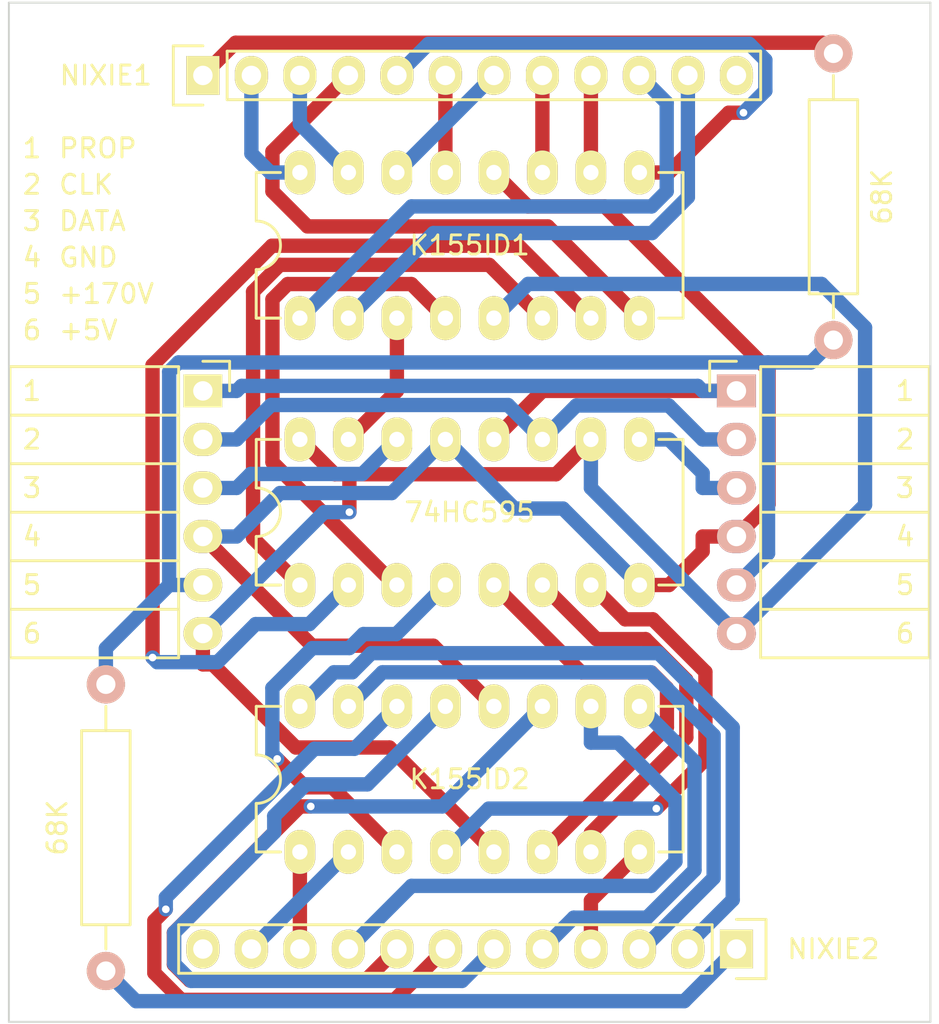
<source format=kicad_pcb>
(kicad_pcb (version 4) (host pcbnew "(2015-10-31 BZR 6288)-product")

  (general
    (links 49)
    (no_connects 0)
    (area 128.824999 75.005 178.515001 133.125)
    (thickness 1.6)
    (drawings 28)
    (tracks 221)
    (zones 0)
    (modules 9)
    (nets 40)
  )

  (page A4)
  (layers
    (0 F.Cu signal)
    (31 B.Cu signal)
    (32 B.Adhes user)
    (33 F.Adhes user)
    (34 B.Paste user)
    (35 F.Paste user)
    (36 B.SilkS user)
    (37 F.SilkS user)
    (38 B.Mask user)
    (39 F.Mask user)
    (40 Dwgs.User user)
    (41 Cmts.User user)
    (42 Eco1.User user)
    (43 Eco2.User user)
    (44 Edge.Cuts user)
    (45 Margin user)
    (46 B.CrtYd user)
    (47 F.CrtYd user)
    (48 B.Fab user)
    (49 F.Fab user)
  )

  (setup
    (last_trace_width 0.75)
    (trace_clearance 0.25)
    (zone_clearance 0.508)
    (zone_45_only no)
    (trace_min 0.2)
    (segment_width 0.2)
    (edge_width 0.1)
    (via_size 0.7)
    (via_drill 0.4)
    (via_min_size 0.4)
    (via_min_drill 0.3)
    (uvia_size 0.3)
    (uvia_drill 0.1)
    (uvias_allowed no)
    (uvia_min_size 0.2)
    (uvia_min_drill 0.1)
    (pcb_text_width 0.3)
    (pcb_text_size 1.5 1.5)
    (mod_edge_width 0.15)
    (mod_text_size 1 1)
    (mod_text_width 0.15)
    (pad_size 1.5 1.5)
    (pad_drill 0.6)
    (pad_to_mask_clearance 0)
    (aux_axis_origin 0 0)
    (visible_elements FFFFFF7F)
    (pcbplotparams
      (layerselection 0x010f0_80000001)
      (usegerberextensions true)
      (excludeedgelayer true)
      (linewidth 0.100000)
      (plotframeref false)
      (viasonmask false)
      (mode 1)
      (useauxorigin false)
      (hpglpennumber 1)
      (hpglpenspeed 20)
      (hpglpendiameter 15)
      (hpglpenoverlay 2)
      (psnegative false)
      (psa4output false)
      (plotreference true)
      (plotvalue true)
      (plotinvisibletext false)
      (padsonsilk false)
      (subtractmaskfromsilk false)
      (outputformat 1)
      (mirror false)
      (drillshape 0)
      (scaleselection 1)
      (outputdirectory GerberFiles/))
  )

  (net 0 "")
  (net 1 "Net-(74HC1-Pad1)")
  (net 2 "Net-(74HC1-Pad2)")
  (net 3 "Net-(74HC1-Pad3)")
  (net 4 "Net-(74HC1-Pad4)")
  (net 5 "Net-(74HC1-Pad5)")
  (net 6 "Net-(74HC1-Pad6)")
  (net 7 "Net-(74HC1-Pad7)")
  (net 8 GND)
  (net 9 "Net-(74HC1-Pad9)")
  (net 10 VCC)
  (net 11 /CLK)
  (net 12 /PROP)
  (net 13 /DATA)
  (net 14 "Net-(74HC1-Pad15)")
  (net 15 VDD)
  (net 16 "Net-(K155ID1-Pad1)")
  (net 17 "Net-(K155ID1-Pad2)")
  (net 18 "Net-(K155ID1-Pad8)")
  (net 19 "Net-(K155ID1-Pad9)")
  (net 20 "Net-(K155ID1-Pad10)")
  (net 21 "Net-(K155ID1-Pad11)")
  (net 22 "Net-(K155ID1-Pad13)")
  (net 23 "Net-(K155ID1-Pad14)")
  (net 24 "Net-(K155ID1-Pad15)")
  (net 25 "Net-(K155ID1-Pad16)")
  (net 26 "Net-(K155ID2-Pad1)")
  (net 27 "Net-(K155ID2-Pad2)")
  (net 28 "Net-(K155ID2-Pad8)")
  (net 29 "Net-(K155ID2-Pad9)")
  (net 30 "Net-(K155ID2-Pad10)")
  (net 31 "Net-(K155ID2-Pad11)")
  (net 32 "Net-(K155ID2-Pad13)")
  (net 33 "Net-(K155ID2-Pad14)")
  (net 34 "Net-(K155ID2-Pad15)")
  (net 35 "Net-(K155ID2-Pad16)")
  (net 36 "Net-(NIXIE1-Pad1)")
  (net 37 "Net-(NIXIE1-Pad12)")
  (net 38 "Net-(NIXIE2-Pad1)")
  (net 39 "Net-(NIXIE2-Pad12)")

  (net_class Default "This is the default net class."
    (clearance 0.25)
    (trace_width 0.75)
    (via_dia 0.7)
    (via_drill 0.4)
    (uvia_dia 0.3)
    (uvia_drill 0.1)
    (add_net /CLK)
    (add_net /DATA)
    (add_net /PROP)
    (add_net GND)
    (add_net "Net-(74HC1-Pad1)")
    (add_net "Net-(74HC1-Pad15)")
    (add_net "Net-(74HC1-Pad2)")
    (add_net "Net-(74HC1-Pad3)")
    (add_net "Net-(74HC1-Pad4)")
    (add_net "Net-(74HC1-Pad5)")
    (add_net "Net-(74HC1-Pad6)")
    (add_net "Net-(74HC1-Pad7)")
    (add_net "Net-(74HC1-Pad9)")
    (add_net "Net-(K155ID1-Pad1)")
    (add_net "Net-(K155ID1-Pad10)")
    (add_net "Net-(K155ID1-Pad11)")
    (add_net "Net-(K155ID1-Pad13)")
    (add_net "Net-(K155ID1-Pad14)")
    (add_net "Net-(K155ID1-Pad15)")
    (add_net "Net-(K155ID1-Pad16)")
    (add_net "Net-(K155ID1-Pad2)")
    (add_net "Net-(K155ID1-Pad8)")
    (add_net "Net-(K155ID1-Pad9)")
    (add_net "Net-(K155ID2-Pad1)")
    (add_net "Net-(K155ID2-Pad10)")
    (add_net "Net-(K155ID2-Pad11)")
    (add_net "Net-(K155ID2-Pad13)")
    (add_net "Net-(K155ID2-Pad14)")
    (add_net "Net-(K155ID2-Pad15)")
    (add_net "Net-(K155ID2-Pad16)")
    (add_net "Net-(K155ID2-Pad2)")
    (add_net "Net-(K155ID2-Pad8)")
    (add_net "Net-(K155ID2-Pad9)")
    (add_net "Net-(NIXIE1-Pad1)")
    (add_net "Net-(NIXIE1-Pad12)")
    (add_net "Net-(NIXIE2-Pad1)")
    (add_net "Net-(NIXIE2-Pad12)")
    (add_net VCC)
    (add_net VDD)
  )

  (module Socket_Strips:Socket_Strip_Angled_1x06 (layer B.Cu) (tedit 564FCE1D) (tstamp 563A94C8)
    (at 167.64 97.79 270)
    (descr "Through hole socket strip")
    (tags "socket strip")
    (path /5637B2FA)
    (fp_text reference "" (at 19.812 -6.477 270) (layer B.SilkS)
      (effects (font (size 1 1) (thickness 0.15)) (justify mirror))
    )
    (fp_text value CONN_01X06 (at 0 2.75 270) (layer B.Fab)
      (effects (font (size 1 1) (thickness 0.15)) (justify mirror))
    )
    (fp_line (start -1.75 1.5) (end -1.75 -10.6) (layer B.CrtYd) (width 0.05))
    (fp_line (start 14.45 1.5) (end 14.45 -10.6) (layer B.CrtYd) (width 0.05))
    (fp_line (start -1.75 1.5) (end 14.45 1.5) (layer B.CrtYd) (width 0.05))
    (fp_line (start -1.75 -10.6) (end 14.45 -10.6) (layer B.CrtYd) (width 0.05))
    (fp_line (start 13.97 -10.1) (end 13.97 -1.27) (layer F.SilkS) (width 0.15))
    (fp_line (start 11.43 -10.1) (end 13.97 -10.1) (layer F.SilkS) (width 0.15))
    (fp_line (start 11.43 -1.27) (end 13.97 -1.27) (layer F.SilkS) (width 0.15))
    (fp_line (start 8.89 -1.27) (end 11.43 -1.27) (layer F.SilkS) (width 0.15))
    (fp_line (start 8.89 -10.1) (end 11.43 -10.1) (layer F.SilkS) (width 0.15))
    (fp_line (start 11.43 -10.1) (end 11.43 -1.27) (layer F.SilkS) (width 0.15))
    (fp_line (start 8.89 -10.1) (end 8.89 -1.27) (layer F.SilkS) (width 0.15))
    (fp_line (start 6.35 -10.1) (end 8.89 -10.1) (layer F.SilkS) (width 0.15))
    (fp_line (start 6.35 -1.27) (end 8.89 -1.27) (layer F.SilkS) (width 0.15))
    (fp_line (start 3.81 -1.27) (end 6.35 -1.27) (layer F.SilkS) (width 0.15))
    (fp_line (start 3.81 -10.1) (end 6.35 -10.1) (layer F.SilkS) (width 0.15))
    (fp_line (start 6.35 -10.1) (end 6.35 -1.27) (layer F.SilkS) (width 0.15))
    (fp_line (start 3.81 -10.1) (end 3.81 -1.27) (layer F.SilkS) (width 0.15))
    (fp_line (start 1.27 -10.1) (end 3.81 -10.1) (layer F.SilkS) (width 0.15))
    (fp_line (start 1.27 -1.27) (end 1.27 -10.1) (layer F.SilkS) (width 0.15))
    (fp_line (start 1.27 -1.27) (end 3.81 -1.27) (layer F.SilkS) (width 0.15))
    (fp_line (start -1.27 -1.27) (end 1.27 -1.27) (layer F.SilkS) (width 0.15))
    (fp_line (start 0 1.4) (end -1.55 1.4) (layer F.SilkS) (width 0.15))
    (fp_line (start -1.55 1.4) (end -1.55 0) (layer F.SilkS) (width 0.15))
    (fp_line (start -1.27 -1.27) (end -1.27 -10.1) (layer F.SilkS) (width 0.15))
    (fp_line (start -1.27 -10.1) (end 1.27 -10.1) (layer F.SilkS) (width 0.15))
    (pad 1 thru_hole rect (at 0 0 270) (size 1.7272 2.032) (drill 1.016) (layers *.Cu *.Mask B.SilkS)
      (net 12 /PROP))
    (pad 2 thru_hole oval (at 2.54 0 270) (size 1.7272 2.032) (drill 1.016) (layers *.Cu *.Mask B.SilkS)
      (net 11 /CLK))
    (pad 3 thru_hole oval (at 5.08 0 270) (size 1.7272 2.032) (drill 1.016) (layers *.Cu *.Mask B.SilkS)
      (net 9 "Net-(74HC1-Pad9)"))
    (pad 4 thru_hole oval (at 7.62 0 270) (size 1.7272 2.032) (drill 1.016) (layers *.Cu *.Mask B.SilkS)
      (net 8 GND))
    (pad 5 thru_hole oval (at 10.16 0 270) (size 1.7272 2.032) (drill 1.016) (layers *.Cu *.Mask B.SilkS)
      (net 15 VDD))
    (pad 6 thru_hole oval (at 12.7 0 270) (size 1.7272 2.032) (drill 1.016) (layers *.Cu *.Mask B.SilkS)
      (net 10 VCC))
    (model Socket_Strips.3dshapes/Socket_Strip_Angled_1x06.wrl
      (at (xyz 0.25 0 0))
      (scale (xyz 1 1 1))
      (rotate (xyz 0 0 180))
    )
  )

  (module Socket_Strips:Socket_Strip_Angled_1x06 (layer F.Cu) (tedit 564FCE87) (tstamp 563A94A4)
    (at 139.7 97.79 270)
    (descr "Through hole socket strip")
    (tags "socket strip")
    (path /5637B173)
    (fp_text reference "" (at -3.81 6.35 360) (layer F.SilkS)
      (effects (font (size 1 1) (thickness 0.15)))
    )
    (fp_text value CONN_01X06 (at 0 -2.75 270) (layer F.Fab)
      (effects (font (size 1 1) (thickness 0.15)))
    )
    (fp_line (start -1.75 -1.5) (end -1.75 10.6) (layer F.CrtYd) (width 0.05))
    (fp_line (start 14.45 -1.5) (end 14.45 10.6) (layer F.CrtYd) (width 0.05))
    (fp_line (start -1.75 -1.5) (end 14.45 -1.5) (layer F.CrtYd) (width 0.05))
    (fp_line (start -1.75 10.6) (end 14.45 10.6) (layer F.CrtYd) (width 0.05))
    (fp_line (start 13.97 10.1) (end 13.97 1.27) (layer F.SilkS) (width 0.15))
    (fp_line (start 11.43 10.1) (end 13.97 10.1) (layer F.SilkS) (width 0.15))
    (fp_line (start 11.43 1.27) (end 13.97 1.27) (layer F.SilkS) (width 0.15))
    (fp_line (start 8.89 1.27) (end 11.43 1.27) (layer F.SilkS) (width 0.15))
    (fp_line (start 8.89 10.1) (end 11.43 10.1) (layer F.SilkS) (width 0.15))
    (fp_line (start 11.43 10.1) (end 11.43 1.27) (layer F.SilkS) (width 0.15))
    (fp_line (start 8.89 10.1) (end 8.89 1.27) (layer F.SilkS) (width 0.15))
    (fp_line (start 6.35 10.1) (end 8.89 10.1) (layer F.SilkS) (width 0.15))
    (fp_line (start 6.35 1.27) (end 8.89 1.27) (layer F.SilkS) (width 0.15))
    (fp_line (start 3.81 1.27) (end 6.35 1.27) (layer F.SilkS) (width 0.15))
    (fp_line (start 3.81 10.1) (end 6.35 10.1) (layer F.SilkS) (width 0.15))
    (fp_line (start 6.35 10.1) (end 6.35 1.27) (layer F.SilkS) (width 0.15))
    (fp_line (start 3.81 10.1) (end 3.81 1.27) (layer F.SilkS) (width 0.15))
    (fp_line (start 1.27 10.1) (end 3.81 10.1) (layer F.SilkS) (width 0.15))
    (fp_line (start 1.27 1.27) (end 1.27 10.1) (layer F.SilkS) (width 0.15))
    (fp_line (start 1.27 1.27) (end 3.81 1.27) (layer F.SilkS) (width 0.15))
    (fp_line (start -1.27 1.27) (end 1.27 1.27) (layer F.SilkS) (width 0.15))
    (fp_line (start 0 -1.4) (end -1.55 -1.4) (layer F.SilkS) (width 0.15))
    (fp_line (start -1.55 -1.4) (end -1.55 0) (layer F.SilkS) (width 0.15))
    (fp_line (start -1.27 1.27) (end -1.27 10.1) (layer F.SilkS) (width 0.15))
    (fp_line (start -1.27 10.1) (end 1.27 10.1) (layer F.SilkS) (width 0.15))
    (fp_line (start 1.27 10.1) (end 1.27 1.27) (layer F.SilkS) (width 0.15))
    (pad 1 thru_hole rect (at 0 0 270) (size 1.7272 2.032) (drill 1.016) (layers *.Cu *.Mask F.SilkS)
      (net 12 /PROP))
    (pad 2 thru_hole oval (at 2.54 0 270) (size 1.7272 2.032) (drill 1.016) (layers *.Cu *.Mask F.SilkS)
      (net 11 /CLK))
    (pad 3 thru_hole oval (at 5.08 0 270) (size 1.7272 2.032) (drill 1.016) (layers *.Cu *.Mask F.SilkS)
      (net 13 /DATA))
    (pad 4 thru_hole oval (at 7.62 0 270) (size 1.7272 2.032) (drill 1.016) (layers *.Cu *.Mask F.SilkS)
      (net 8 GND))
    (pad 5 thru_hole oval (at 10.16 0 270) (size 1.7272 2.032) (drill 1.016) (layers *.Cu *.Mask F.SilkS)
      (net 15 VDD))
    (pad 6 thru_hole oval (at 12.7 0 270) (size 1.7272 2.032) (drill 1.016) (layers *.Cu *.Mask F.SilkS)
      (net 10 VCC))
    (model Socket_Strips.3dshapes/Socket_Strip_Angled_1x06.wrl
      (at (xyz 0.25 0 0))
      (scale (xyz 1 1 1))
      (rotate (xyz 0 0 180))
    )
  )

  (module Socket_Strips:Socket_Strip_Straight_1x12 (layer F.Cu) (tedit 564FCF0A) (tstamp 563A9521)
    (at 139.7 81.28)
    (descr "Through hole socket strip")
    (tags "socket strip")
    (path /5637B08A)
    (fp_text reference NIXIE1 (at -5.08 0) (layer F.SilkS)
      (effects (font (size 1 1) (thickness 0.15)))
    )
    (fp_text value "NIXIE (1)" (at 0 -3.1) (layer F.Fab)
      (effects (font (size 1 1) (thickness 0.15)))
    )
    (fp_line (start -1.75 -1.75) (end -1.75 1.75) (layer F.CrtYd) (width 0.05))
    (fp_line (start 29.7 -1.75) (end 29.7 1.75) (layer F.CrtYd) (width 0.05))
    (fp_line (start -1.75 -1.75) (end 29.7 -1.75) (layer F.CrtYd) (width 0.05))
    (fp_line (start -1.75 1.75) (end 29.7 1.75) (layer F.CrtYd) (width 0.05))
    (fp_line (start 1.27 1.27) (end 29.21 1.27) (layer F.SilkS) (width 0.15))
    (fp_line (start 29.21 1.27) (end 29.21 -1.27) (layer F.SilkS) (width 0.15))
    (fp_line (start 29.21 -1.27) (end 1.27 -1.27) (layer F.SilkS) (width 0.15))
    (fp_line (start -1.55 1.55) (end 0 1.55) (layer F.SilkS) (width 0.15))
    (fp_line (start 1.27 1.27) (end 1.27 -1.27) (layer F.SilkS) (width 0.15))
    (fp_line (start 0 -1.55) (end -1.55 -1.55) (layer F.SilkS) (width 0.15))
    (fp_line (start -1.55 -1.55) (end -1.55 1.55) (layer F.SilkS) (width 0.15))
    (pad 1 thru_hole rect (at 0 0) (size 1.7272 2.032) (drill 1.016) (layers *.Cu *.Mask F.SilkS)
      (net 36 "Net-(NIXIE1-Pad1)"))
    (pad 2 thru_hole oval (at 2.54 0) (size 1.7272 2.032) (drill 1.016) (layers *.Cu *.Mask F.SilkS)
      (net 25 "Net-(K155ID1-Pad16)"))
    (pad 3 thru_hole oval (at 5.08 0) (size 1.7272 2.032) (drill 1.016) (layers *.Cu *.Mask F.SilkS)
      (net 24 "Net-(K155ID1-Pad15)"))
    (pad 4 thru_hole oval (at 7.62 0) (size 1.7272 2.032) (drill 1.016) (layers *.Cu *.Mask F.SilkS)
      (net 18 "Net-(K155ID1-Pad8)"))
    (pad 5 thru_hole oval (at 10.16 0) (size 1.7272 2.032) (drill 1.016) (layers *.Cu *.Mask F.SilkS)
      (net 19 "Net-(K155ID1-Pad9)"))
    (pad 6 thru_hole oval (at 12.7 0) (size 1.7272 2.032) (drill 1.016) (layers *.Cu *.Mask F.SilkS)
      (net 22 "Net-(K155ID1-Pad13)"))
    (pad 7 thru_hole oval (at 15.24 0) (size 1.7272 2.032) (drill 1.016) (layers *.Cu *.Mask F.SilkS)
      (net 23 "Net-(K155ID1-Pad14)"))
    (pad 8 thru_hole oval (at 17.78 0) (size 1.7272 2.032) (drill 1.016) (layers *.Cu *.Mask F.SilkS)
      (net 21 "Net-(K155ID1-Pad11)"))
    (pad 9 thru_hole oval (at 20.32 0) (size 1.7272 2.032) (drill 1.016) (layers *.Cu *.Mask F.SilkS)
      (net 20 "Net-(K155ID1-Pad10)"))
    (pad 10 thru_hole oval (at 22.86 0) (size 1.7272 2.032) (drill 1.016) (layers *.Cu *.Mask F.SilkS)
      (net 16 "Net-(K155ID1-Pad1)"))
    (pad 11 thru_hole oval (at 25.4 0) (size 1.7272 2.032) (drill 1.016) (layers *.Cu *.Mask F.SilkS)
      (net 17 "Net-(K155ID1-Pad2)"))
    (pad 12 thru_hole oval (at 27.94 0) (size 1.7272 2.032) (drill 1.016) (layers *.Cu *.Mask F.SilkS)
      (net 37 "Net-(NIXIE1-Pad12)"))
    (model Socket_Strips.3dshapes/Socket_Strip_Straight_1x12.wrl
      (at (xyz 0.55 0 0))
      (scale (xyz 1 1 1))
      (rotate (xyz 0 0 180))
    )
  )

  (module Socket_Strips:Socket_Strip_Straight_1x12 (layer F.Cu) (tedit 564FC76F) (tstamp 563A953C)
    (at 167.64 127 180)
    (descr "Through hole socket strip")
    (tags "socket strip")
    (path /5637B112)
    (fp_text reference NIXIE2 (at -5.08 0 180) (layer F.SilkS)
      (effects (font (size 1 1) (thickness 0.15)))
    )
    (fp_text value "NIXIE (2)" (at 0 -3.1 180) (layer F.Fab)
      (effects (font (size 1 1) (thickness 0.15)))
    )
    (fp_line (start -1.75 -1.75) (end -1.75 1.75) (layer F.CrtYd) (width 0.05))
    (fp_line (start 29.7 -1.75) (end 29.7 1.75) (layer F.CrtYd) (width 0.05))
    (fp_line (start -1.75 -1.75) (end 29.7 -1.75) (layer F.CrtYd) (width 0.05))
    (fp_line (start -1.75 1.75) (end 29.7 1.75) (layer F.CrtYd) (width 0.05))
    (fp_line (start 1.27 1.27) (end 29.21 1.27) (layer F.SilkS) (width 0.15))
    (fp_line (start 29.21 1.27) (end 29.21 -1.27) (layer F.SilkS) (width 0.15))
    (fp_line (start 29.21 -1.27) (end 1.27 -1.27) (layer F.SilkS) (width 0.15))
    (fp_line (start -1.55 1.55) (end 0 1.55) (layer F.SilkS) (width 0.15))
    (fp_line (start 1.27 1.27) (end 1.27 -1.27) (layer F.SilkS) (width 0.15))
    (fp_line (start 0 -1.55) (end -1.55 -1.55) (layer F.SilkS) (width 0.15))
    (fp_line (start -1.55 -1.55) (end -1.55 1.55) (layer F.SilkS) (width 0.15))
    (pad 1 thru_hole rect (at 0 0 180) (size 1.7272 2.032) (drill 1.016) (layers *.Cu *.Mask F.SilkS)
      (net 38 "Net-(NIXIE2-Pad1)"))
    (pad 2 thru_hole oval (at 2.54 0 180) (size 1.7272 2.032) (drill 1.016) (layers *.Cu *.Mask F.SilkS)
      (net 35 "Net-(K155ID2-Pad16)"))
    (pad 3 thru_hole oval (at 5.08 0 180) (size 1.7272 2.032) (drill 1.016) (layers *.Cu *.Mask F.SilkS)
      (net 34 "Net-(K155ID2-Pad15)"))
    (pad 4 thru_hole oval (at 7.62 0 180) (size 1.7272 2.032) (drill 1.016) (layers *.Cu *.Mask F.SilkS)
      (net 28 "Net-(K155ID2-Pad8)"))
    (pad 5 thru_hole oval (at 10.16 0 180) (size 1.7272 2.032) (drill 1.016) (layers *.Cu *.Mask F.SilkS)
      (net 29 "Net-(K155ID2-Pad9)"))
    (pad 6 thru_hole oval (at 12.7 0 180) (size 1.7272 2.032) (drill 1.016) (layers *.Cu *.Mask F.SilkS)
      (net 32 "Net-(K155ID2-Pad13)"))
    (pad 7 thru_hole oval (at 15.24 0 180) (size 1.7272 2.032) (drill 1.016) (layers *.Cu *.Mask F.SilkS)
      (net 33 "Net-(K155ID2-Pad14)"))
    (pad 8 thru_hole oval (at 17.78 0 180) (size 1.7272 2.032) (drill 1.016) (layers *.Cu *.Mask F.SilkS)
      (net 31 "Net-(K155ID2-Pad11)"))
    (pad 9 thru_hole oval (at 20.32 0 180) (size 1.7272 2.032) (drill 1.016) (layers *.Cu *.Mask F.SilkS)
      (net 30 "Net-(K155ID2-Pad10)"))
    (pad 10 thru_hole oval (at 22.86 0 180) (size 1.7272 2.032) (drill 1.016) (layers *.Cu *.Mask F.SilkS)
      (net 26 "Net-(K155ID2-Pad1)"))
    (pad 11 thru_hole oval (at 25.4 0 180) (size 1.7272 2.032) (drill 1.016) (layers *.Cu *.Mask F.SilkS)
      (net 27 "Net-(K155ID2-Pad2)"))
    (pad 12 thru_hole oval (at 27.94 0 180) (size 1.7272 2.032) (drill 1.016) (layers *.Cu *.Mask F.SilkS)
      (net 39 "Net-(NIXIE2-Pad12)"))
    (model Socket_Strips.3dshapes/Socket_Strip_Straight_1x12.wrl
      (at (xyz 0.55 0 0))
      (scale (xyz 1 1 1))
      (rotate (xyz 0 0 180))
    )
  )

  (module Resistors_ThroughHole:Resistor_Horizontal_RM15mm (layer F.Cu) (tedit 564FD188) (tstamp 563A9548)
    (at 172.72 87.63 270)
    (descr "Resistor, Axial, RM 15mm,")
    (tags "Resistor, Axial, RM 15mm,")
    (path /56390499)
    (fp_text reference 68K (at 0 -2.54 270) (layer F.SilkS)
      (effects (font (size 1 1) (thickness 0.15)))
    )
    (fp_text value R (at 0 4.0005 270) (layer F.Fab)
      (effects (font (size 1 1) (thickness 0.15)))
    )
    (fp_line (start -5.08 -1.27) (end -5.08 1.27) (layer F.SilkS) (width 0.15))
    (fp_line (start -5.08 1.27) (end 5.08 1.27) (layer F.SilkS) (width 0.15))
    (fp_line (start 5.08 1.27) (end 5.08 -1.27) (layer F.SilkS) (width 0.15))
    (fp_line (start 5.08 -1.27) (end -5.08 -1.27) (layer F.SilkS) (width 0.15))
    (fp_line (start 6.35 0) (end 5.08 0) (layer F.SilkS) (width 0.15))
    (fp_line (start -6.35 0) (end -5.08 0) (layer F.SilkS) (width 0.15))
    (pad 1 thru_hole circle (at -7.5 0 270) (size 1.99898 1.99898) (drill 1.00076) (layers *.Cu *.SilkS *.Mask)
      (net 36 "Net-(NIXIE1-Pad1)"))
    (pad 2 thru_hole circle (at 7.5 0 270) (size 1.99898 1.99898) (drill 1.00076) (layers *.Cu *.SilkS *.Mask)
      (net 15 VDD))
    (model Resistors_ThroughHole.3dshapes/Resistor_Horizontal_RM15mm.wrl
      (at (xyz 0 0 0))
      (scale (xyz 0.4 0.4 0.4))
      (rotate (xyz 0 0 0))
    )
  )

  (module Resistors_ThroughHole:Resistor_Horizontal_RM15mm (layer F.Cu) (tedit 564FD16E) (tstamp 563A9554)
    (at 134.62 120.65 90)
    (descr "Resistor, Axial, RM 15mm,")
    (tags "Resistor, Axial, RM 15mm,")
    (path /563904EC)
    (fp_text reference 68K (at 0 -2.54 90) (layer F.SilkS)
      (effects (font (size 1 1) (thickness 0.15)))
    )
    (fp_text value R (at 0 4.0005 90) (layer F.Fab)
      (effects (font (size 1 1) (thickness 0.15)))
    )
    (fp_line (start -5.08 -1.27) (end -5.08 1.27) (layer F.SilkS) (width 0.15))
    (fp_line (start -5.08 1.27) (end 5.08 1.27) (layer F.SilkS) (width 0.15))
    (fp_line (start 5.08 1.27) (end 5.08 -1.27) (layer F.SilkS) (width 0.15))
    (fp_line (start 5.08 -1.27) (end -5.08 -1.27) (layer F.SilkS) (width 0.15))
    (fp_line (start 6.35 0) (end 5.08 0) (layer F.SilkS) (width 0.15))
    (fp_line (start -6.35 0) (end -5.08 0) (layer F.SilkS) (width 0.15))
    (pad 1 thru_hole circle (at -7.5 0 90) (size 1.99898 1.99898) (drill 1.00076) (layers *.Cu *.SilkS *.Mask)
      (net 38 "Net-(NIXIE2-Pad1)"))
    (pad 2 thru_hole circle (at 7.5 0 90) (size 1.99898 1.99898) (drill 1.00076) (layers *.Cu *.SilkS *.Mask)
      (net 15 VDD))
    (model Resistors_ThroughHole.3dshapes/Resistor_Horizontal_RM15mm.wrl
      (at (xyz 0 0 0))
      (scale (xyz 0.4 0.4 0.4))
      (rotate (xyz 0 0 0))
    )
  )

  (module BetterDIP:DIP-16_W7.62mm_LongPads_better (layer F.Cu) (tedit 564FCBB7) (tstamp 563A9506)
    (at 144.78 121.92 90)
    (descr "16-lead dip package, row spacing 7.62 mm (300 mils), longer pads")
    (tags "dil dip 2.54 300")
    (path /5637AE09)
    (fp_text reference K155ID2 (at 3.81 8.89 360) (layer F.SilkS)
      (effects (font (size 1 1) (thickness 0.15)))
    )
    (fp_text value K155ID1 (at 0 -3.72 90) (layer F.Fab)
      (effects (font (size 1 1) (thickness 0.15)))
    )
    (fp_line (start 0 18.796) (end 0 20.066) (layer F.SilkS) (width 0.15))
    (fp_line (start 7.62 18.796) (end 7.62 20.066) (layer F.SilkS) (width 0.15))
    (fp_line (start 7.62 20.066) (end 0 20.066) (layer F.SilkS) (width 0.15))
    (fp_line (start 7.62 -1.016) (end 7.62 -2.286) (layer F.SilkS) (width 0.15))
    (fp_line (start 0 -2.286) (end 0 -1.016) (layer F.SilkS) (width 0.15))
    (fp_line (start 0 -1.016) (end 0 -2.286) (layer F.SilkS) (width 0.15))
    (fp_line (start 5.08 -2.286) (end 7.62 -2.286) (layer F.SilkS) (width 0.15))
    (fp_line (start 0 -2.286) (end 2.54 -2.286) (layer F.SilkS) (width 0.15))
    (fp_line (start 2.54 -2.286) (end 0 -2.286) (layer F.SilkS) (width 0.15))
    (fp_arc (start 3.81 -2.286) (end 5.08 -2.286) (angle 180) (layer F.SilkS) (width 0.15))
    (fp_line (start -1.4 -2.45) (end -1.4 20.25) (layer F.CrtYd) (width 0.05))
    (fp_line (start 9 -2.45) (end 9 20.25) (layer F.CrtYd) (width 0.05))
    (fp_line (start -1.4 -2.45) (end 9 -2.45) (layer F.CrtYd) (width 0.05))
    (fp_line (start -1.4 20.25) (end 9 20.25) (layer F.CrtYd) (width 0.05))
    (pad 1 thru_hole oval (at 0 0 90) (size 2.3 1.6) (drill 0.8) (layers *.Cu *.Mask F.SilkS)
      (net 26 "Net-(K155ID2-Pad1)"))
    (pad 2 thru_hole oval (at 0 2.54 90) (size 2.3 1.6) (drill 0.8) (layers *.Cu *.Mask F.SilkS)
      (net 27 "Net-(K155ID2-Pad2)"))
    (pad 3 thru_hole oval (at 0 5.08 90) (size 2.3 1.6) (drill 0.8) (layers *.Cu *.Mask F.SilkS)
      (net 4 "Net-(74HC1-Pad4)"))
    (pad 4 thru_hole oval (at 0 7.62 90) (size 2.3 1.6) (drill 0.8) (layers *.Cu *.Mask F.SilkS)
      (net 7 "Net-(74HC1-Pad7)"))
    (pad 5 thru_hole oval (at 0 10.16 90) (size 2.3 1.6) (drill 0.8) (layers *.Cu *.Mask F.SilkS)
      (net 10 VCC))
    (pad 6 thru_hole oval (at 0 12.7 90) (size 2.3 1.6) (drill 0.8) (layers *.Cu *.Mask F.SilkS)
      (net 5 "Net-(74HC1-Pad5)"))
    (pad 7 thru_hole oval (at 0 15.24 90) (size 2.3 1.6) (drill 0.8) (layers *.Cu *.Mask F.SilkS)
      (net 6 "Net-(74HC1-Pad6)"))
    (pad 8 thru_hole oval (at 0 17.78 90) (size 2.3 1.6) (drill 0.8) (layers *.Cu *.Mask F.SilkS)
      (net 28 "Net-(K155ID2-Pad8)"))
    (pad 9 thru_hole oval (at 7.62 17.78 90) (size 2.3 1.6) (drill 0.8) (layers *.Cu *.Mask F.SilkS)
      (net 29 "Net-(K155ID2-Pad9)"))
    (pad 10 thru_hole oval (at 7.62 15.24 90) (size 2.3 1.6) (drill 0.8) (layers *.Cu *.Mask F.SilkS)
      (net 30 "Net-(K155ID2-Pad10)"))
    (pad 11 thru_hole oval (at 7.62 12.7 90) (size 2.3 1.6) (drill 0.8) (layers *.Cu *.Mask F.SilkS)
      (net 31 "Net-(K155ID2-Pad11)"))
    (pad 12 thru_hole oval (at 7.62 10.16 90) (size 2.3 1.6) (drill 0.8) (layers *.Cu *.Mask F.SilkS)
      (net 8 GND))
    (pad 13 thru_hole oval (at 7.62 7.62 90) (size 2.3 1.6) (drill 0.8) (layers *.Cu *.Mask F.SilkS)
      (net 32 "Net-(K155ID2-Pad13)"))
    (pad 14 thru_hole oval (at 7.62 5.08 90) (size 2.3 1.6) (drill 0.8) (layers *.Cu *.Mask F.SilkS)
      (net 33 "Net-(K155ID2-Pad14)"))
    (pad 15 thru_hole oval (at 7.62 2.54 90) (size 2.3 1.6) (drill 0.8) (layers *.Cu *.Mask F.SilkS)
      (net 34 "Net-(K155ID2-Pad15)"))
    (pad 16 thru_hole oval (at 7.62 0 90) (size 2.3 1.6) (drill 0.8) (layers *.Cu *.Mask F.SilkS)
      (net 35 "Net-(K155ID2-Pad16)"))
    (model Housings_DIP.3dshapes/DIP-16_W7.62mm_LongPads.wrl
      (at (xyz 0 0 0))
      (scale (xyz 1 1 1))
      (rotate (xyz 0 0 0))
    )
  )

  (module BetterDIP:DIP-16_W7.62mm_LongPads_better (layer F.Cu) (tedit 564FCBA2) (tstamp 563A94E7)
    (at 144.78 93.98 90)
    (descr "16-lead dip package, row spacing 7.62 mm (300 mils), longer pads")
    (tags "dil dip 2.54 300")
    (path /5637AF66)
    (fp_text reference K155ID1 (at 3.81 8.89 360) (layer F.SilkS)
      (effects (font (size 1 1) (thickness 0.15)))
    )
    (fp_text value K155ID1 (at 0 -3.72 90) (layer F.Fab)
      (effects (font (size 1 1) (thickness 0.15)))
    )
    (fp_line (start 0 18.796) (end 0 20.066) (layer F.SilkS) (width 0.15))
    (fp_line (start 7.62 18.796) (end 7.62 20.066) (layer F.SilkS) (width 0.15))
    (fp_line (start 7.62 20.066) (end 0 20.066) (layer F.SilkS) (width 0.15))
    (fp_line (start 7.62 -1.016) (end 7.62 -2.286) (layer F.SilkS) (width 0.15))
    (fp_line (start 0 -2.286) (end 0 -1.016) (layer F.SilkS) (width 0.15))
    (fp_line (start 0 -1.016) (end 0 -2.286) (layer F.SilkS) (width 0.15))
    (fp_line (start 5.08 -2.286) (end 7.62 -2.286) (layer F.SilkS) (width 0.15))
    (fp_line (start 0 -2.286) (end 2.54 -2.286) (layer F.SilkS) (width 0.15))
    (fp_line (start 2.54 -2.286) (end 0 -2.286) (layer F.SilkS) (width 0.15))
    (fp_arc (start 3.81 -2.286) (end 5.08 -2.286) (angle 180) (layer F.SilkS) (width 0.15))
    (fp_line (start -1.4 -2.45) (end -1.4 20.25) (layer F.CrtYd) (width 0.05))
    (fp_line (start 9 -2.45) (end 9 20.25) (layer F.CrtYd) (width 0.05))
    (fp_line (start -1.4 -2.45) (end 9 -2.45) (layer F.CrtYd) (width 0.05))
    (fp_line (start -1.4 20.25) (end 9 20.25) (layer F.CrtYd) (width 0.05))
    (pad 1 thru_hole oval (at 0 0 90) (size 2.3 1.6) (drill 0.8) (layers *.Cu *.Mask F.SilkS)
      (net 16 "Net-(K155ID1-Pad1)"))
    (pad 2 thru_hole oval (at 0 2.54 90) (size 2.3 1.6) (drill 0.8) (layers *.Cu *.Mask F.SilkS)
      (net 17 "Net-(K155ID1-Pad2)"))
    (pad 3 thru_hole oval (at 0 5.08 90) (size 2.3 1.6) (drill 0.8) (layers *.Cu *.Mask F.SilkS)
      (net 14 "Net-(74HC1-Pad15)"))
    (pad 4 thru_hole oval (at 0 7.62 90) (size 2.3 1.6) (drill 0.8) (layers *.Cu *.Mask F.SilkS)
      (net 3 "Net-(74HC1-Pad3)"))
    (pad 5 thru_hole oval (at 0 10.16 90) (size 2.3 1.6) (drill 0.8) (layers *.Cu *.Mask F.SilkS)
      (net 10 VCC))
    (pad 6 thru_hole oval (at 0 12.7 90) (size 2.3 1.6) (drill 0.8) (layers *.Cu *.Mask F.SilkS)
      (net 1 "Net-(74HC1-Pad1)"))
    (pad 7 thru_hole oval (at 0 15.24 90) (size 2.3 1.6) (drill 0.8) (layers *.Cu *.Mask F.SilkS)
      (net 2 "Net-(74HC1-Pad2)"))
    (pad 8 thru_hole oval (at 0 17.78 90) (size 2.3 1.6) (drill 0.8) (layers *.Cu *.Mask F.SilkS)
      (net 18 "Net-(K155ID1-Pad8)"))
    (pad 9 thru_hole oval (at 7.62 17.78 90) (size 2.3 1.6) (drill 0.8) (layers *.Cu *.Mask F.SilkS)
      (net 19 "Net-(K155ID1-Pad9)"))
    (pad 10 thru_hole oval (at 7.62 15.24 90) (size 2.3 1.6) (drill 0.8) (layers *.Cu *.Mask F.SilkS)
      (net 20 "Net-(K155ID1-Pad10)"))
    (pad 11 thru_hole oval (at 7.62 12.7 90) (size 2.3 1.6) (drill 0.8) (layers *.Cu *.Mask F.SilkS)
      (net 21 "Net-(K155ID1-Pad11)"))
    (pad 12 thru_hole oval (at 7.62 10.16 90) (size 2.3 1.6) (drill 0.8) (layers *.Cu *.Mask F.SilkS)
      (net 8 GND))
    (pad 13 thru_hole oval (at 7.62 7.62 90) (size 2.3 1.6) (drill 0.8) (layers *.Cu *.Mask F.SilkS)
      (net 22 "Net-(K155ID1-Pad13)"))
    (pad 14 thru_hole oval (at 7.62 5.08 90) (size 2.3 1.6) (drill 0.8) (layers *.Cu *.Mask F.SilkS)
      (net 23 "Net-(K155ID1-Pad14)"))
    (pad 15 thru_hole oval (at 7.62 2.54 90) (size 2.3 1.6) (drill 0.8) (layers *.Cu *.Mask F.SilkS)
      (net 24 "Net-(K155ID1-Pad15)"))
    (pad 16 thru_hole oval (at 7.62 0 90) (size 2.3 1.6) (drill 0.8) (layers *.Cu *.Mask F.SilkS)
      (net 25 "Net-(K155ID1-Pad16)"))
    (model Housings_DIP.3dshapes/DIP-16_W7.62mm_LongPads.wrl
      (at (xyz 0 0 0))
      (scale (xyz 1 1 1))
      (rotate (xyz 0 0 0))
    )
  )

  (module BetterDIP:DIP-16_W7.62mm_LongPads_better (layer F.Cu) (tedit 564FCBB1) (tstamp 563A9480)
    (at 144.78 107.95 90)
    (descr "16-lead dip package, row spacing 7.62 mm (300 mils), longer pads")
    (tags "dil dip 2.54 300")
    (path /5637B051)
    (fp_text reference 74HC595 (at 3.81 8.89 360) (layer F.SilkS)
      (effects (font (size 1 1) (thickness 0.15)))
    )
    (fp_text value 74HC595 (at 0 -3.72 90) (layer F.Fab)
      (effects (font (size 1 1) (thickness 0.15)))
    )
    (fp_line (start 0 18.796) (end 0 20.066) (layer F.SilkS) (width 0.15))
    (fp_line (start 7.62 18.796) (end 7.62 20.066) (layer F.SilkS) (width 0.15))
    (fp_line (start 7.62 20.066) (end 0 20.066) (layer F.SilkS) (width 0.15))
    (fp_line (start 7.62 -1.016) (end 7.62 -2.286) (layer F.SilkS) (width 0.15))
    (fp_line (start 0 -2.286) (end 0 -1.016) (layer F.SilkS) (width 0.15))
    (fp_line (start 0 -1.016) (end 0 -2.286) (layer F.SilkS) (width 0.15))
    (fp_line (start 5.08 -2.286) (end 7.62 -2.286) (layer F.SilkS) (width 0.15))
    (fp_line (start 0 -2.286) (end 2.54 -2.286) (layer F.SilkS) (width 0.15))
    (fp_line (start 2.54 -2.286) (end 0 -2.286) (layer F.SilkS) (width 0.15))
    (fp_arc (start 3.81 -2.286) (end 5.08 -2.286) (angle 180) (layer F.SilkS) (width 0.15))
    (fp_line (start -1.4 -2.45) (end -1.4 20.25) (layer F.CrtYd) (width 0.05))
    (fp_line (start 9 -2.45) (end 9 20.25) (layer F.CrtYd) (width 0.05))
    (fp_line (start -1.4 -2.45) (end 9 -2.45) (layer F.CrtYd) (width 0.05))
    (fp_line (start -1.4 20.25) (end 9 20.25) (layer F.CrtYd) (width 0.05))
    (pad 1 thru_hole oval (at 0 0 90) (size 2.3 1.6) (drill 0.8) (layers *.Cu *.Mask F.SilkS)
      (net 1 "Net-(74HC1-Pad1)"))
    (pad 2 thru_hole oval (at 0 2.54 90) (size 2.3 1.6) (drill 0.8) (layers *.Cu *.Mask F.SilkS)
      (net 2 "Net-(74HC1-Pad2)"))
    (pad 3 thru_hole oval (at 0 5.08 90) (size 2.3 1.6) (drill 0.8) (layers *.Cu *.Mask F.SilkS)
      (net 3 "Net-(74HC1-Pad3)"))
    (pad 4 thru_hole oval (at 0 7.62 90) (size 2.3 1.6) (drill 0.8) (layers *.Cu *.Mask F.SilkS)
      (net 4 "Net-(74HC1-Pad4)"))
    (pad 5 thru_hole oval (at 0 10.16 90) (size 2.3 1.6) (drill 0.8) (layers *.Cu *.Mask F.SilkS)
      (net 5 "Net-(74HC1-Pad5)"))
    (pad 6 thru_hole oval (at 0 12.7 90) (size 2.3 1.6) (drill 0.8) (layers *.Cu *.Mask F.SilkS)
      (net 6 "Net-(74HC1-Pad6)"))
    (pad 7 thru_hole oval (at 0 15.24 90) (size 2.3 1.6) (drill 0.8) (layers *.Cu *.Mask F.SilkS)
      (net 7 "Net-(74HC1-Pad7)"))
    (pad 8 thru_hole oval (at 0 17.78 90) (size 2.3 1.6) (drill 0.8) (layers *.Cu *.Mask F.SilkS)
      (net 8 GND))
    (pad 9 thru_hole oval (at 7.62 17.78 90) (size 2.3 1.6) (drill 0.8) (layers *.Cu *.Mask F.SilkS)
      (net 9 "Net-(74HC1-Pad9)"))
    (pad 10 thru_hole oval (at 7.62 15.24 90) (size 2.3 1.6) (drill 0.8) (layers *.Cu *.Mask F.SilkS)
      (net 10 VCC))
    (pad 11 thru_hole oval (at 7.62 12.7 90) (size 2.3 1.6) (drill 0.8) (layers *.Cu *.Mask F.SilkS)
      (net 11 /CLK))
    (pad 12 thru_hole oval (at 7.62 10.16 90) (size 2.3 1.6) (drill 0.8) (layers *.Cu *.Mask F.SilkS)
      (net 12 /PROP))
    (pad 13 thru_hole oval (at 7.62 7.62 90) (size 2.3 1.6) (drill 0.8) (layers *.Cu *.Mask F.SilkS)
      (net 8 GND))
    (pad 14 thru_hole oval (at 7.62 5.08 90) (size 2.3 1.6) (drill 0.8) (layers *.Cu *.Mask F.SilkS)
      (net 13 /DATA))
    (pad 15 thru_hole oval (at 7.62 2.54 90) (size 2.3 1.6) (drill 0.8) (layers *.Cu *.Mask F.SilkS)
      (net 14 "Net-(74HC1-Pad15)"))
    (pad 16 thru_hole oval (at 7.62 0 90) (size 2.3 1.6) (drill 0.8) (layers *.Cu *.Mask F.SilkS)
      (net 10 VCC))
    (model Housings_DIP.3dshapes/DIP-16_W7.62mm_LongPads.wrl
      (at (xyz 0 0 0))
      (scale (xyz 1 1 1))
      (rotate (xyz 0 0 0))
    )
  )

  (gr_text 6 (at 175.895 110.49) (layer F.SilkS)
    (effects (font (size 1 1) (thickness 0.15)) (justify left))
  )
  (gr_text 5 (at 175.895 107.95) (layer F.SilkS)
    (effects (font (size 1 1) (thickness 0.15)) (justify left))
  )
  (gr_text 4 (at 175.895 105.41) (layer F.SilkS)
    (effects (font (size 1 1) (thickness 0.15)) (justify left))
  )
  (gr_text 3 (at 175.895 102.87) (layer F.SilkS)
    (effects (font (size 1 1) (thickness 0.15)) (justify left))
  )
  (gr_text 2 (at 175.895 100.33) (layer F.SilkS)
    (effects (font (size 1 1) (thickness 0.15)) (justify left))
  )
  (gr_text 1 (at 175.895 97.79) (layer F.SilkS)
    (effects (font (size 1 1) (thickness 0.15)) (justify left))
  )
  (gr_text 6 (at 130.175 110.49) (layer F.SilkS)
    (effects (font (size 1 1) (thickness 0.15)) (justify left))
  )
  (gr_text 5 (at 130.175 107.95) (layer F.SilkS)
    (effects (font (size 1 1) (thickness 0.15)) (justify left))
  )
  (gr_text 4 (at 130.175 105.41) (layer F.SilkS)
    (effects (font (size 1 1) (thickness 0.15)) (justify left))
  )
  (gr_text 3 (at 130.175 102.87) (layer F.SilkS)
    (effects (font (size 1 1) (thickness 0.15)) (justify left))
  )
  (gr_text 2 (at 130.175 100.33) (layer F.SilkS)
    (effects (font (size 1 1) (thickness 0.15)) (justify left))
  )
  (gr_text 1 (at 130.175 97.79) (layer F.SilkS)
    (effects (font (size 1 1) (thickness 0.15)) (justify left))
  )
  (gr_text 6 (at 130.175 94.615) (layer F.SilkS)
    (effects (font (size 1 1) (thickness 0.15)) (justify left))
  )
  (gr_text 5 (at 130.175 92.71) (layer F.SilkS)
    (effects (font (size 1 1) (thickness 0.15)) (justify left))
  )
  (gr_text 4 (at 130.175 90.805) (layer F.SilkS)
    (effects (font (size 1 1) (thickness 0.15)) (justify left))
  )
  (gr_text 3 (at 130.175 88.9) (layer F.SilkS)
    (effects (font (size 1 1) (thickness 0.15)) (justify left))
  )
  (gr_text 2 (at 130.175 86.995) (layer F.SilkS)
    (effects (font (size 1 1) (thickness 0.15)) (justify left))
  )
  (gr_text 1 (at 130.175 85.09) (layer F.SilkS)
    (effects (font (size 1 1) (thickness 0.15)) (justify left))
  )
  (gr_text "PROP\n" (at 132.08 85.09) (layer F.SilkS)
    (effects (font (size 1 1) (thickness 0.15)) (justify left))
  )
  (gr_text CLK (at 132.08 86.995) (layer F.SilkS)
    (effects (font (size 1 1) (thickness 0.15)) (justify left))
  )
  (gr_text DATA (at 132.08 88.9) (layer F.SilkS)
    (effects (font (size 1 1) (thickness 0.15)) (justify left))
  )
  (gr_text GND (at 132.08 90.805) (layer F.SilkS)
    (effects (font (size 1 1) (thickness 0.15)) (justify left))
  )
  (gr_text +5V (at 132.08 94.615) (layer F.SilkS)
    (effects (font (size 1 1) (thickness 0.15)) (justify left))
  )
  (gr_text +170V (at 132.08 92.71) (layer F.SilkS)
    (effects (font (size 1 1) (thickness 0.15)) (justify left))
  )
  (gr_line (start 129.54 130.81) (end 129.54 77.47) (angle 90) (layer Edge.Cuts) (width 0.1))
  (gr_line (start 177.8 130.81) (end 129.54 130.81) (angle 90) (layer Edge.Cuts) (width 0.1))
  (gr_line (start 177.8 77.47) (end 177.8 130.81) (angle 90) (layer Edge.Cuts) (width 0.1))
  (gr_line (start 129.54 77.47) (end 177.8 77.47) (angle 90) (layer Edge.Cuts) (width 0.1))

  (segment (start 142.3293 105.4993) (end 144.78 107.95) (width 0.75) (layer F.Cu) (net 1))
  (segment (start 142.3293 92.5937) (end 142.3293 105.4993) (width 0.75) (layer F.Cu) (net 1))
  (segment (start 143.7301 91.1929) (end 142.3293 92.5937) (width 0.75) (layer F.Cu) (net 1))
  (segment (start 154.6929 91.1929) (end 143.7301 91.1929) (width 0.75) (layer F.Cu) (net 1))
  (segment (start 157.48 93.98) (end 154.6929 91.1929) (width 0.75) (layer F.Cu) (net 1))
  (via (at 137.0636 111.7447) (size 0.7) (layers F.Cu B.Cu) (net 2))
  (segment (start 137.0636 96.4448) (end 137.0636 111.7447) (width 0.75) (layer F.Cu) (net 2))
  (segment (start 143.3158 90.1926) (end 137.0636 96.4448) (width 0.75) (layer F.Cu) (net 2))
  (segment (start 156.2326 90.1926) (end 143.3158 90.1926) (width 0.75) (layer F.Cu) (net 2))
  (segment (start 160.02 93.98) (end 156.2326 90.1926) (width 0.75) (layer F.Cu) (net 2))
  (segment (start 137.3072 111.9883) (end 137.0636 111.7447) (width 0.75) (layer B.Cu) (net 2))
  (segment (start 140.4658 111.9883) (end 137.3072 111.9883) (width 0.75) (layer B.Cu) (net 2))
  (segment (start 142.4587 109.9954) (end 140.4658 111.9883) (width 0.75) (layer B.Cu) (net 2))
  (segment (start 145.2746 109.9954) (end 142.4587 109.9954) (width 0.75) (layer B.Cu) (net 2))
  (segment (start 147.32 107.95) (end 145.2746 109.9954) (width 0.75) (layer B.Cu) (net 2))
  (segment (start 149.7694 107.95) (end 149.86 107.95) (width 0.75) (layer F.Cu) (net 3))
  (segment (start 143.3422 101.5228) (end 149.7694 107.95) (width 0.75) (layer F.Cu) (net 3))
  (segment (start 143.3422 92.9955) (end 143.3422 101.5228) (width 0.75) (layer F.Cu) (net 3))
  (segment (start 144.1388 92.1989) (end 143.3422 92.9955) (width 0.75) (layer F.Cu) (net 3))
  (segment (start 150.6189 92.1989) (end 144.1388 92.1989) (width 0.75) (layer F.Cu) (net 3))
  (segment (start 152.4 93.98) (end 150.6189 92.1989) (width 0.75) (layer F.Cu) (net 3))
  (via (at 143.5915 117.0521) (size 0.7) (layers F.Cu B.Cu) (net 4))
  (segment (start 143.3383 116.7989) (end 143.5915 117.0521) (width 0.75) (layer B.Cu) (net 4))
  (segment (start 143.3383 113.3401) (end 143.3383 116.7989) (width 0.75) (layer B.Cu) (net 4))
  (segment (start 145.4274 111.251) (end 143.3383 113.3401) (width 0.75) (layer B.Cu) (net 4))
  (segment (start 147.3715 111.251) (end 145.4274 111.251) (width 0.75) (layer B.Cu) (net 4))
  (segment (start 148.1061 110.5164) (end 147.3715 111.251) (width 0.75) (layer B.Cu) (net 4))
  (segment (start 149.8336 110.5164) (end 148.1061 110.5164) (width 0.75) (layer B.Cu) (net 4))
  (segment (start 152.4 107.95) (end 149.8336 110.5164) (width 0.75) (layer B.Cu) (net 4))
  (segment (start 145.0769 118.5375) (end 143.5915 117.0521) (width 0.75) (layer F.Cu) (net 4))
  (segment (start 146.4775 118.5375) (end 145.0769 118.5375) (width 0.75) (layer F.Cu) (net 4))
  (segment (start 149.86 121.92) (end 146.4775 118.5375) (width 0.75) (layer F.Cu) (net 4))
  (segment (start 159.5146 112.5246) (end 154.94 107.95) (width 0.75) (layer F.Cu) (net 5))
  (segment (start 163.1818 112.5246) (end 159.5146 112.5246) (width 0.75) (layer F.Cu) (net 5))
  (segment (start 164.001 113.3438) (end 163.1818 112.5246) (width 0.75) (layer F.Cu) (net 5))
  (segment (start 164.001 115.399) (end 164.001 113.3438) (width 0.75) (layer F.Cu) (net 5))
  (segment (start 157.48 121.92) (end 164.001 115.399) (width 0.75) (layer F.Cu) (net 5))
  (segment (start 160.02 120.9266) (end 160.02 121.92) (width 0.75) (layer F.Cu) (net 6))
  (segment (start 165.0169 115.9297) (end 160.02 120.9266) (width 0.75) (layer F.Cu) (net 6))
  (segment (start 165.0169 112.9139) (end 165.0169 115.9297) (width 0.75) (layer F.Cu) (net 6))
  (segment (start 162.8841 110.7811) (end 165.0169 112.9139) (width 0.75) (layer F.Cu) (net 6))
  (segment (start 160.3111 110.7811) (end 162.8841 110.7811) (width 0.75) (layer F.Cu) (net 6))
  (segment (start 157.48 107.95) (end 160.3111 110.7811) (width 0.75) (layer F.Cu) (net 6))
  (via (at 163.4459 119.6506) (size 0.7) (layers F.Cu B.Cu) (net 7))
  (segment (start 154.6694 119.6506) (end 163.4459 119.6506) (width 0.75) (layer B.Cu) (net 7))
  (segment (start 152.4 121.92) (end 154.6694 119.6506) (width 0.75) (layer B.Cu) (net 7))
  (segment (start 161.8152 109.7452) (end 160.02 107.95) (width 0.75) (layer F.Cu) (net 7))
  (segment (start 163.2629 109.7452) (end 161.8152 109.7452) (width 0.75) (layer F.Cu) (net 7))
  (segment (start 166.0173 112.4996) (end 163.2629 109.7452) (width 0.75) (layer F.Cu) (net 7))
  (segment (start 166.0173 117.0792) (end 166.0173 112.4996) (width 0.75) (layer F.Cu) (net 7))
  (segment (start 163.4459 119.6506) (end 166.0173 117.0792) (width 0.75) (layer F.Cu) (net 7))
  (segment (start 156.0175 103.9475) (end 152.4 100.33) (width 0.75) (layer B.Cu) (net 8))
  (segment (start 158.5575 103.9475) (end 156.0175 103.9475) (width 0.75) (layer B.Cu) (net 8))
  (segment (start 162.56 107.95) (end 158.5575 103.9475) (width 0.75) (layer B.Cu) (net 8))
  (segment (start 139.7 105.41) (end 141.466 105.41) (width 0.75) (layer B.Cu) (net 8))
  (segment (start 151.765 111.125) (end 154.94 114.3) (width 0.75) (layer F.Cu) (net 8))
  (segment (start 145.415 111.125) (end 151.765 111.125) (width 0.75) (layer F.Cu) (net 8))
  (segment (start 139.7 105.41) (end 145.415 111.125) (width 0.75) (layer F.Cu) (net 8))
  (segment (start 162.56 107.95) (end 164.11 107.95) (width 0.75) (layer F.Cu) (net 8))
  (segment (start 169.324 103.726) (end 167.64 105.41) (width 0.75) (layer F.Cu) (net 8))
  (segment (start 169.324 96.7101) (end 169.324 103.726) (width 0.75) (layer F.Cu) (net 8))
  (segment (start 160.7493 88.1354) (end 169.324 96.7101) (width 0.75) (layer F.Cu) (net 8))
  (segment (start 156.7154 88.1354) (end 160.7493 88.1354) (width 0.75) (layer F.Cu) (net 8))
  (segment (start 154.94 86.36) (end 156.7154 88.1354) (width 0.75) (layer F.Cu) (net 8))
  (segment (start 165.874 106.186) (end 164.11 107.95) (width 0.75) (layer F.Cu) (net 8))
  (segment (start 165.874 105.41) (end 165.874 106.186) (width 0.75) (layer F.Cu) (net 8))
  (segment (start 167.64 105.41) (end 165.874 105.41) (width 0.75) (layer F.Cu) (net 8))
  (segment (start 143.7385 103.1375) (end 141.466 105.41) (width 0.75) (layer B.Cu) (net 8))
  (segment (start 149.5925 103.1375) (end 143.7385 103.1375) (width 0.75) (layer B.Cu) (net 8))
  (segment (start 152.4 100.33) (end 149.5925 103.1375) (width 0.75) (layer B.Cu) (net 8))
  (segment (start 162.56 100.33) (end 164.11 100.33) (width 0.75) (layer B.Cu) (net 9))
  (segment (start 167.64 102.87) (end 165.874 102.87) (width 0.75) (layer B.Cu) (net 9))
  (segment (start 165.874 102.094) (end 164.11 100.33) (width 0.75) (layer B.Cu) (net 9))
  (segment (start 165.874 102.87) (end 165.874 102.094) (width 0.75) (layer B.Cu) (net 9))
  (via (at 147.3722 104.1378) (size 0.7) (layers F.Cu B.Cu) (net 10))
  (segment (start 160.02 102.87) (end 160.02 100.33) (width 0.75) (layer B.Cu) (net 10))
  (segment (start 167.64 110.49) (end 160.02 102.87) (width 0.75) (layer B.Cu) (net 10))
  (segment (start 174.3772 103.7528) (end 167.64 110.49) (width 0.75) (layer B.Cu) (net 10))
  (segment (start 174.3772 94.4723) (end 174.3772 103.7528) (width 0.75) (layer B.Cu) (net 10))
  (segment (start 172.0974 92.1925) (end 174.3772 94.4723) (width 0.75) (layer B.Cu) (net 10))
  (segment (start 156.7275 92.1925) (end 172.0974 92.1925) (width 0.75) (layer B.Cu) (net 10))
  (segment (start 154.94 93.98) (end 156.7275 92.1925) (width 0.75) (layer B.Cu) (net 10))
  (segment (start 149.4724 116.4524) (end 154.94 121.92) (width 0.75) (layer F.Cu) (net 10))
  (segment (start 144.5667 116.4524) (end 149.4724 116.4524) (width 0.75) (layer F.Cu) (net 10))
  (segment (start 140.2179 112.1036) (end 144.5667 116.4524) (width 0.75) (layer F.Cu) (net 10))
  (segment (start 139.7 112.1036) (end 140.2179 112.1036) (width 0.75) (layer F.Cu) (net 10))
  (segment (start 139.7 110.49) (end 139.7 112.1036) (width 0.75) (layer F.Cu) (net 10))
  (segment (start 146.0522 104.1378) (end 139.7 110.49) (width 0.75) (layer B.Cu) (net 10))
  (segment (start 147.3722 104.1378) (end 146.0522 104.1378) (width 0.75) (layer B.Cu) (net 10))
  (segment (start 147.3722 102.153) (end 147.3722 104.1378) (width 0.75) (layer F.Cu) (net 10))
  (segment (start 158.197 102.153) (end 147.3722 102.153) (width 0.75) (layer F.Cu) (net 10))
  (segment (start 160.02 100.33) (end 158.197 102.153) (width 0.75) (layer F.Cu) (net 10))
  (segment (start 146.603 102.153) (end 144.78 100.33) (width 0.75) (layer F.Cu) (net 10))
  (segment (start 147.3722 102.153) (end 146.603 102.153) (width 0.75) (layer F.Cu) (net 10))
  (segment (start 139.7 100.33) (end 141.466 100.33) (width 0.75) (layer B.Cu) (net 11))
  (segment (start 167.64 100.33) (end 165.874 100.33) (width 0.75) (layer B.Cu) (net 11))
  (segment (start 159.2554 98.5546) (end 157.48 100.33) (width 0.75) (layer B.Cu) (net 11))
  (segment (start 164.0986 98.5546) (end 159.2554 98.5546) (width 0.75) (layer B.Cu) (net 11))
  (segment (start 165.874 100.33) (end 164.0986 98.5546) (width 0.75) (layer B.Cu) (net 11))
  (segment (start 155.6785 98.5285) (end 157.48 100.33) (width 0.75) (layer B.Cu) (net 11))
  (segment (start 143.2675 98.5285) (end 155.6785 98.5285) (width 0.75) (layer B.Cu) (net 11))
  (segment (start 141.466 100.33) (end 143.2675 98.5285) (width 0.75) (layer B.Cu) (net 11))
  (segment (start 157.48 97.79) (end 154.94 100.33) (width 0.75) (layer F.Cu) (net 12))
  (segment (start 167.64 97.79) (end 157.48 97.79) (width 0.75) (layer F.Cu) (net 12))
  (segment (start 167.64 97.79) (end 165.874 97.79) (width 0.75) (layer B.Cu) (net 12))
  (segment (start 139.7 97.79) (end 141.466 97.79) (width 0.75) (layer B.Cu) (net 12))
  (segment (start 165.6121 97.5281) (end 165.874 97.79) (width 0.75) (layer B.Cu) (net 12))
  (segment (start 141.7279 97.5281) (end 165.6121 97.5281) (width 0.75) (layer B.Cu) (net 12))
  (segment (start 141.466 97.79) (end 141.7279 97.5281) (width 0.75) (layer B.Cu) (net 12))
  (segment (start 139.7 102.87) (end 141.466 102.87) (width 0.75) (layer B.Cu) (net 13))
  (segment (start 142.1988 102.1372) (end 141.466 102.87) (width 0.75) (layer B.Cu) (net 13))
  (segment (start 148.0528 102.1372) (end 142.1988 102.1372) (width 0.75) (layer B.Cu) (net 13))
  (segment (start 149.86 100.33) (end 148.0528 102.1372) (width 0.75) (layer B.Cu) (net 13))
  (segment (start 149.86 97.79) (end 147.32 100.33) (width 0.75) (layer F.Cu) (net 14))
  (segment (start 149.86 93.98) (end 149.86 97.79) (width 0.75) (layer F.Cu) (net 14))
  (segment (start 139.7 107.95) (end 137.934 107.95) (width 0.75) (layer B.Cu) (net 15))
  (segment (start 134.62 111.264) (end 137.934 107.95) (width 0.75) (layer B.Cu) (net 15))
  (segment (start 134.62 113.15) (end 134.62 111.264) (width 0.75) (layer B.Cu) (net 15))
  (segment (start 169.2971 106.2929) (end 167.64 107.95) (width 0.75) (layer B.Cu) (net 15))
  (segment (start 169.2971 96.301) (end 169.2971 106.2929) (width 0.75) (layer B.Cu) (net 15))
  (segment (start 138.4191 96.301) (end 169.2971 96.301) (width 0.75) (layer B.Cu) (net 15))
  (segment (start 137.934 96.7861) (end 138.4191 96.301) (width 0.75) (layer B.Cu) (net 15))
  (segment (start 137.934 107.95) (end 137.934 96.7861) (width 0.75) (layer B.Cu) (net 15))
  (segment (start 171.549 96.301) (end 172.72 95.13) (width 0.75) (layer B.Cu) (net 15))
  (segment (start 169.2971 96.301) (end 171.549 96.301) (width 0.75) (layer B.Cu) (net 15))
  (segment (start 150.6246 88.1354) (end 144.78 93.98) (width 0.75) (layer B.Cu) (net 16))
  (segment (start 163.201 88.1354) (end 150.6246 88.1354) (width 0.75) (layer B.Cu) (net 16))
  (segment (start 163.9899 87.3465) (end 163.201 88.1354) (width 0.75) (layer B.Cu) (net 16))
  (segment (start 163.9899 82.7099) (end 163.9899 87.3465) (width 0.75) (layer B.Cu) (net 16))
  (segment (start 162.56 81.28) (end 163.9899 82.7099) (width 0.75) (layer B.Cu) (net 16))
  (segment (start 151.7704 89.5296) (end 147.32 93.98) (width 0.75) (layer B.Cu) (net 17))
  (segment (start 163.2215 89.5296) (end 151.7704 89.5296) (width 0.75) (layer B.Cu) (net 17))
  (segment (start 165.1 87.6511) (end 163.2215 89.5296) (width 0.75) (layer B.Cu) (net 17))
  (segment (start 165.1 81.28) (end 165.1 87.6511) (width 0.75) (layer B.Cu) (net 17))
  (segment (start 143.3424 85.2576) (end 147.32 81.28) (width 0.75) (layer F.Cu) (net 18))
  (segment (start 143.3424 87.3477) (end 143.3424 85.2576) (width 0.75) (layer F.Cu) (net 18))
  (segment (start 145.1754 89.1807) (end 143.3424 87.3477) (width 0.75) (layer F.Cu) (net 18))
  (segment (start 157.7607 89.1807) (end 145.1754 89.1807) (width 0.75) (layer F.Cu) (net 18))
  (segment (start 162.56 93.98) (end 157.7607 89.1807) (width 0.75) (layer F.Cu) (net 18))
  (via (at 168.0101 83.2306) (size 0.7) (layers F.Cu B.Cu) (net 19))
  (segment (start 169.1555 82.0852) (end 168.0101 83.2306) (width 0.75) (layer B.Cu) (net 19))
  (segment (start 169.1555 80.4691) (end 169.1555 82.0852) (width 0.75) (layer B.Cu) (net 19))
  (segment (start 168.317 79.6306) (end 169.1555 80.4691) (width 0.75) (layer B.Cu) (net 19))
  (segment (start 151.5094 79.6306) (end 168.317 79.6306) (width 0.75) (layer B.Cu) (net 19))
  (segment (start 149.86 81.28) (end 151.5094 79.6306) (width 0.75) (layer B.Cu) (net 19))
  (segment (start 167.2394 83.2306) (end 164.11 86.36) (width 0.75) (layer F.Cu) (net 19))
  (segment (start 168.0101 83.2306) (end 167.2394 83.2306) (width 0.75) (layer F.Cu) (net 19))
  (segment (start 162.56 86.36) (end 164.11 86.36) (width 0.75) (layer F.Cu) (net 19))
  (segment (start 160.02 81.28) (end 160.02 86.36) (width 0.75) (layer F.Cu) (net 20))
  (segment (start 157.48 81.28) (end 157.48 86.36) (width 0.75) (layer F.Cu) (net 21))
  (segment (start 152.4 81.28) (end 152.4 86.36) (width 0.75) (layer F.Cu) (net 22))
  (segment (start 154.94 81.28) (end 149.86 86.36) (width 0.75) (layer B.Cu) (net 23))
  (segment (start 144.78 83.82) (end 147.32 86.36) (width 0.75) (layer B.Cu) (net 24))
  (segment (start 144.78 81.28) (end 144.78 83.82) (width 0.75) (layer B.Cu) (net 24))
  (segment (start 142.24 85.37) (end 143.23 86.36) (width 0.75) (layer B.Cu) (net 25))
  (segment (start 142.24 81.28) (end 142.24 85.37) (width 0.75) (layer B.Cu) (net 25))
  (segment (start 144.78 86.36) (end 143.23 86.36) (width 0.75) (layer B.Cu) (net 25))
  (segment (start 144.78 127) (end 144.78 121.92) (width 0.75) (layer F.Cu) (net 26))
  (segment (start 142.24 127) (end 147.32 121.92) (width 0.75) (layer B.Cu) (net 27))
  (segment (start 160.02 124.46) (end 162.56 121.92) (width 0.75) (layer F.Cu) (net 28))
  (segment (start 160.02 127) (end 160.02 124.46) (width 0.75) (layer F.Cu) (net 28))
  (segment (start 165.4465 117.1865) (end 162.56 114.3) (width 0.75) (layer B.Cu) (net 29))
  (segment (start 165.4465 122.8691) (end 165.4465 117.1865) (width 0.75) (layer B.Cu) (net 29))
  (segment (start 162.957 125.3586) (end 165.4465 122.8691) (width 0.75) (layer B.Cu) (net 29))
  (segment (start 159.1214 125.3586) (end 162.957 125.3586) (width 0.75) (layer B.Cu) (net 29))
  (segment (start 157.48 127) (end 159.1214 125.3586) (width 0.75) (layer B.Cu) (net 29))
  (segment (start 160.02 114.3) (end 160.02 116.2) (width 0.75) (layer B.Cu) (net 30))
  (segment (start 161.4557 116.2) (end 160.02 116.2) (width 0.75) (layer B.Cu) (net 30))
  (segment (start 164.4462 119.1905) (end 161.4557 116.2) (width 0.75) (layer B.Cu) (net 30))
  (segment (start 164.4462 122.4216) (end 164.4462 119.1905) (width 0.75) (layer B.Cu) (net 30))
  (segment (start 163.1724 123.6954) (end 164.4462 122.4216) (width 0.75) (layer B.Cu) (net 30))
  (segment (start 150.6246 123.6954) (end 163.1724 123.6954) (width 0.75) (layer B.Cu) (net 30))
  (segment (start 147.32 127) (end 150.6246 123.6954) (width 0.75) (layer B.Cu) (net 30))
  (via (at 145.3497 119.5378) (size 0.7) (layers F.Cu B.Cu) (net 31))
  (segment (start 144.787 119.5378) (end 145.3497 119.5378) (width 0.75) (layer F.Cu) (net 31))
  (segment (start 138.18 126.1448) (end 144.787 119.5378) (width 0.75) (layer F.Cu) (net 31))
  (segment (start 138.18 127.8075) (end 138.18 126.1448) (width 0.75) (layer F.Cu) (net 31))
  (segment (start 139.0224 128.6499) (end 138.18 127.8075) (width 0.75) (layer F.Cu) (net 31))
  (segment (start 148.2101 128.6499) (end 139.0224 128.6499) (width 0.75) (layer F.Cu) (net 31))
  (segment (start 149.86 127) (end 148.2101 128.6499) (width 0.75) (layer F.Cu) (net 31))
  (segment (start 152.2422 119.5378) (end 157.48 114.3) (width 0.75) (layer B.Cu) (net 31))
  (segment (start 145.3497 119.5378) (end 152.2422 119.5378) (width 0.75) (layer B.Cu) (net 31))
  (segment (start 148.317 118.383) (end 152.4 114.3) (width 0.75) (layer B.Cu) (net 32))
  (segment (start 145.0899 118.383) (end 148.317 118.383) (width 0.75) (layer B.Cu) (net 32))
  (segment (start 143.435 120.0379) (end 145.0899 118.383) (width 0.75) (layer B.Cu) (net 32))
  (segment (start 143.435 120.8992) (end 143.435 120.0379) (width 0.75) (layer B.Cu) (net 32))
  (segment (start 138.1957 126.1385) (end 143.435 120.8992) (width 0.75) (layer B.Cu) (net 32))
  (segment (start 138.1957 127.7782) (end 138.1957 126.1385) (width 0.75) (layer B.Cu) (net 32))
  (segment (start 139.0873 128.6698) (end 138.1957 127.7782) (width 0.75) (layer B.Cu) (net 32))
  (segment (start 153.2702 128.6698) (end 139.0873 128.6698) (width 0.75) (layer B.Cu) (net 32))
  (segment (start 154.94 127) (end 153.2702 128.6698) (width 0.75) (layer B.Cu) (net 32))
  (via (at 137.758 124.921) (size 0.7) (layers F.Cu B.Cu) (net 33))
  (segment (start 137.1573 125.5217) (end 137.758 124.921) (width 0.75) (layer F.Cu) (net 33))
  (segment (start 137.1573 128.2528) (end 137.1573 125.5217) (width 0.75) (layer F.Cu) (net 33))
  (segment (start 138.5643 129.6598) (end 137.1573 128.2528) (width 0.75) (layer F.Cu) (net 33))
  (segment (start 149.7402 129.6598) (end 138.5643 129.6598) (width 0.75) (layer F.Cu) (net 33))
  (segment (start 152.4 127) (end 149.7402 129.6598) (width 0.75) (layer F.Cu) (net 33))
  (segment (start 147.6391 116.5209) (end 149.86 114.3) (width 0.75) (layer B.Cu) (net 33))
  (segment (start 145.5373 116.5209) (end 147.6391 116.5209) (width 0.75) (layer B.Cu) (net 33))
  (segment (start 137.758 124.3002) (end 145.5373 116.5209) (width 0.75) (layer B.Cu) (net 33))
  (segment (start 137.758 124.921) (end 137.758 124.3002) (width 0.75) (layer B.Cu) (net 33))
  (segment (start 149.103 112.517) (end 147.32 114.3) (width 0.75) (layer B.Cu) (net 34))
  (segment (start 163.1508 112.517) (end 149.103 112.517) (width 0.75) (layer B.Cu) (net 34))
  (segment (start 166.4468 115.813) (end 163.1508 112.517) (width 0.75) (layer B.Cu) (net 34))
  (segment (start 166.4468 123.2835) (end 166.4468 115.813) (width 0.75) (layer B.Cu) (net 34))
  (segment (start 162.7303 127) (end 166.4468 123.2835) (width 0.75) (layer B.Cu) (net 34))
  (segment (start 162.56 127) (end 162.7303 127) (width 0.75) (layer B.Cu) (net 34))
  (segment (start 146.563 112.517) (end 144.78 114.3) (width 0.75) (layer B.Cu) (net 35))
  (segment (start 147.5201 112.517) (end 146.563 112.517) (width 0.75) (layer B.Cu) (net 35))
  (segment (start 148.5204 111.5167) (end 147.5201 112.517) (width 0.75) (layer B.Cu) (net 35))
  (segment (start 163.5651 111.5167) (end 148.5204 111.5167) (width 0.75) (layer B.Cu) (net 35))
  (segment (start 167.4471 115.3987) (end 163.5651 111.5167) (width 0.75) (layer B.Cu) (net 35))
  (segment (start 167.4471 124.4262) (end 167.4471 115.3987) (width 0.75) (layer B.Cu) (net 35))
  (segment (start 165.1 126.7733) (end 167.4471 124.4262) (width 0.75) (layer B.Cu) (net 35))
  (segment (start 165.1 127) (end 165.1 126.7733) (width 0.75) (layer B.Cu) (net 35))
  (segment (start 141.4108 79.5692) (end 139.7 81.28) (width 0.75) (layer F.Cu) (net 36))
  (segment (start 172.1592 79.5692) (end 141.4108 79.5692) (width 0.75) (layer F.Cu) (net 36))
  (segment (start 172.72 80.13) (end 172.1592 79.5692) (width 0.75) (layer F.Cu) (net 36))
  (segment (start 164.911 129.729) (end 167.64 127) (width 0.75) (layer B.Cu) (net 38))
  (segment (start 136.199 129.729) (end 164.911 129.729) (width 0.75) (layer B.Cu) (net 38))
  (segment (start 134.62 128.15) (end 136.199 129.729) (width 0.75) (layer B.Cu) (net 38))

)

</source>
